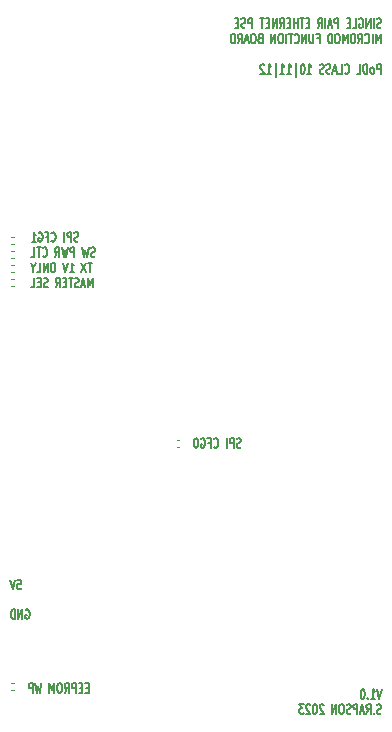
<source format=gbr>
%TF.GenerationSoftware,KiCad,Pcbnew,7.0.6*%
%TF.CreationDate,2023-08-17T07:33:21+09:30*%
%TF.ProjectId,spe-source,7370652d-736f-4757-9263-652e6b696361,V1.0*%
%TF.SameCoordinates,Original*%
%TF.FileFunction,Legend,Bot*%
%TF.FilePolarity,Positive*%
%FSLAX46Y46*%
G04 Gerber Fmt 4.6, Leading zero omitted, Abs format (unit mm)*
G04 Created by KiCad (PCBNEW 7.0.6) date 2023-08-17 07:33:21*
%MOMM*%
%LPD*%
G01*
G04 APERTURE LIST*
%ADD10C,0.140000*%
%ADD11C,0.100000*%
G04 APERTURE END LIST*
D10*
X106713533Y-90100910D02*
X106770676Y-90062815D01*
X106770676Y-90062815D02*
X106856390Y-90062815D01*
X106856390Y-90062815D02*
X106942104Y-90100910D01*
X106942104Y-90100910D02*
X106999247Y-90177100D01*
X106999247Y-90177100D02*
X107027818Y-90253291D01*
X107027818Y-90253291D02*
X107056390Y-90405672D01*
X107056390Y-90405672D02*
X107056390Y-90519958D01*
X107056390Y-90519958D02*
X107027818Y-90672339D01*
X107027818Y-90672339D02*
X106999247Y-90748529D01*
X106999247Y-90748529D02*
X106942104Y-90824720D01*
X106942104Y-90824720D02*
X106856390Y-90862815D01*
X106856390Y-90862815D02*
X106799247Y-90862815D01*
X106799247Y-90862815D02*
X106713533Y-90824720D01*
X106713533Y-90824720D02*
X106684961Y-90786624D01*
X106684961Y-90786624D02*
X106684961Y-90519958D01*
X106684961Y-90519958D02*
X106799247Y-90519958D01*
X106427818Y-90862815D02*
X106427818Y-90062815D01*
X106427818Y-90062815D02*
X106084961Y-90862815D01*
X106084961Y-90862815D02*
X106084961Y-90062815D01*
X105799247Y-90862815D02*
X105799247Y-90062815D01*
X105799247Y-90062815D02*
X105656390Y-90062815D01*
X105656390Y-90062815D02*
X105570676Y-90100910D01*
X105570676Y-90100910D02*
X105513533Y-90177100D01*
X105513533Y-90177100D02*
X105484962Y-90253291D01*
X105484962Y-90253291D02*
X105456390Y-90405672D01*
X105456390Y-90405672D02*
X105456390Y-90519958D01*
X105456390Y-90519958D02*
X105484962Y-90672339D01*
X105484962Y-90672339D02*
X105513533Y-90748529D01*
X105513533Y-90748529D02*
X105570676Y-90824720D01*
X105570676Y-90824720D02*
X105656390Y-90862815D01*
X105656390Y-90862815D02*
X105799247Y-90862815D01*
X136850752Y-96806815D02*
X136650752Y-97606815D01*
X136650752Y-97606815D02*
X136450752Y-96806815D01*
X135936466Y-97606815D02*
X136279323Y-97606815D01*
X136107894Y-97606815D02*
X136107894Y-96806815D01*
X136107894Y-96806815D02*
X136165037Y-96921100D01*
X136165037Y-96921100D02*
X136222180Y-96997291D01*
X136222180Y-96997291D02*
X136279323Y-97035386D01*
X135679322Y-97530624D02*
X135650751Y-97568720D01*
X135650751Y-97568720D02*
X135679322Y-97606815D01*
X135679322Y-97606815D02*
X135707894Y-97568720D01*
X135707894Y-97568720D02*
X135679322Y-97530624D01*
X135679322Y-97530624D02*
X135679322Y-97606815D01*
X135279323Y-96806815D02*
X135222180Y-96806815D01*
X135222180Y-96806815D02*
X135165037Y-96844910D01*
X135165037Y-96844910D02*
X135136466Y-96883005D01*
X135136466Y-96883005D02*
X135107894Y-96959196D01*
X135107894Y-96959196D02*
X135079323Y-97111577D01*
X135079323Y-97111577D02*
X135079323Y-97302053D01*
X135079323Y-97302053D02*
X135107894Y-97454434D01*
X135107894Y-97454434D02*
X135136466Y-97530624D01*
X135136466Y-97530624D02*
X135165037Y-97568720D01*
X135165037Y-97568720D02*
X135222180Y-97606815D01*
X135222180Y-97606815D02*
X135279323Y-97606815D01*
X135279323Y-97606815D02*
X135336466Y-97568720D01*
X135336466Y-97568720D02*
X135365037Y-97530624D01*
X135365037Y-97530624D02*
X135393608Y-97454434D01*
X135393608Y-97454434D02*
X135422180Y-97302053D01*
X135422180Y-97302053D02*
X135422180Y-97111577D01*
X135422180Y-97111577D02*
X135393608Y-96959196D01*
X135393608Y-96959196D02*
X135365037Y-96883005D01*
X135365037Y-96883005D02*
X135336466Y-96844910D01*
X135336466Y-96844910D02*
X135279323Y-96806815D01*
X136793609Y-98856720D02*
X136707895Y-98894815D01*
X136707895Y-98894815D02*
X136565037Y-98894815D01*
X136565037Y-98894815D02*
X136507895Y-98856720D01*
X136507895Y-98856720D02*
X136479323Y-98818624D01*
X136479323Y-98818624D02*
X136450752Y-98742434D01*
X136450752Y-98742434D02*
X136450752Y-98666243D01*
X136450752Y-98666243D02*
X136479323Y-98590053D01*
X136479323Y-98590053D02*
X136507895Y-98551958D01*
X136507895Y-98551958D02*
X136565037Y-98513862D01*
X136565037Y-98513862D02*
X136679323Y-98475767D01*
X136679323Y-98475767D02*
X136736466Y-98437672D01*
X136736466Y-98437672D02*
X136765037Y-98399577D01*
X136765037Y-98399577D02*
X136793609Y-98323386D01*
X136793609Y-98323386D02*
X136793609Y-98247196D01*
X136793609Y-98247196D02*
X136765037Y-98171005D01*
X136765037Y-98171005D02*
X136736466Y-98132910D01*
X136736466Y-98132910D02*
X136679323Y-98094815D01*
X136679323Y-98094815D02*
X136536466Y-98094815D01*
X136536466Y-98094815D02*
X136450752Y-98132910D01*
X136193608Y-98818624D02*
X136165037Y-98856720D01*
X136165037Y-98856720D02*
X136193608Y-98894815D01*
X136193608Y-98894815D02*
X136222180Y-98856720D01*
X136222180Y-98856720D02*
X136193608Y-98818624D01*
X136193608Y-98818624D02*
X136193608Y-98894815D01*
X135565037Y-98894815D02*
X135765037Y-98513862D01*
X135907894Y-98894815D02*
X135907894Y-98094815D01*
X135907894Y-98094815D02*
X135679323Y-98094815D01*
X135679323Y-98094815D02*
X135622180Y-98132910D01*
X135622180Y-98132910D02*
X135593609Y-98171005D01*
X135593609Y-98171005D02*
X135565037Y-98247196D01*
X135565037Y-98247196D02*
X135565037Y-98361481D01*
X135565037Y-98361481D02*
X135593609Y-98437672D01*
X135593609Y-98437672D02*
X135622180Y-98475767D01*
X135622180Y-98475767D02*
X135679323Y-98513862D01*
X135679323Y-98513862D02*
X135907894Y-98513862D01*
X135336466Y-98666243D02*
X135050752Y-98666243D01*
X135393609Y-98894815D02*
X135193609Y-98094815D01*
X135193609Y-98094815D02*
X134993609Y-98894815D01*
X134793608Y-98894815D02*
X134793608Y-98094815D01*
X134793608Y-98094815D02*
X134565037Y-98094815D01*
X134565037Y-98094815D02*
X134507894Y-98132910D01*
X134507894Y-98132910D02*
X134479323Y-98171005D01*
X134479323Y-98171005D02*
X134450751Y-98247196D01*
X134450751Y-98247196D02*
X134450751Y-98361481D01*
X134450751Y-98361481D02*
X134479323Y-98437672D01*
X134479323Y-98437672D02*
X134507894Y-98475767D01*
X134507894Y-98475767D02*
X134565037Y-98513862D01*
X134565037Y-98513862D02*
X134793608Y-98513862D01*
X134222180Y-98856720D02*
X134136466Y-98894815D01*
X134136466Y-98894815D02*
X133993608Y-98894815D01*
X133993608Y-98894815D02*
X133936466Y-98856720D01*
X133936466Y-98856720D02*
X133907894Y-98818624D01*
X133907894Y-98818624D02*
X133879323Y-98742434D01*
X133879323Y-98742434D02*
X133879323Y-98666243D01*
X133879323Y-98666243D02*
X133907894Y-98590053D01*
X133907894Y-98590053D02*
X133936466Y-98551958D01*
X133936466Y-98551958D02*
X133993608Y-98513862D01*
X133993608Y-98513862D02*
X134107894Y-98475767D01*
X134107894Y-98475767D02*
X134165037Y-98437672D01*
X134165037Y-98437672D02*
X134193608Y-98399577D01*
X134193608Y-98399577D02*
X134222180Y-98323386D01*
X134222180Y-98323386D02*
X134222180Y-98247196D01*
X134222180Y-98247196D02*
X134193608Y-98171005D01*
X134193608Y-98171005D02*
X134165037Y-98132910D01*
X134165037Y-98132910D02*
X134107894Y-98094815D01*
X134107894Y-98094815D02*
X133965037Y-98094815D01*
X133965037Y-98094815D02*
X133879323Y-98132910D01*
X133507894Y-98094815D02*
X133393608Y-98094815D01*
X133393608Y-98094815D02*
X133336465Y-98132910D01*
X133336465Y-98132910D02*
X133279322Y-98209100D01*
X133279322Y-98209100D02*
X133250751Y-98361481D01*
X133250751Y-98361481D02*
X133250751Y-98628148D01*
X133250751Y-98628148D02*
X133279322Y-98780529D01*
X133279322Y-98780529D02*
X133336465Y-98856720D01*
X133336465Y-98856720D02*
X133393608Y-98894815D01*
X133393608Y-98894815D02*
X133507894Y-98894815D01*
X133507894Y-98894815D02*
X133565037Y-98856720D01*
X133565037Y-98856720D02*
X133622179Y-98780529D01*
X133622179Y-98780529D02*
X133650751Y-98628148D01*
X133650751Y-98628148D02*
X133650751Y-98361481D01*
X133650751Y-98361481D02*
X133622179Y-98209100D01*
X133622179Y-98209100D02*
X133565037Y-98132910D01*
X133565037Y-98132910D02*
X133507894Y-98094815D01*
X132993608Y-98894815D02*
X132993608Y-98094815D01*
X132993608Y-98094815D02*
X132650751Y-98894815D01*
X132650751Y-98894815D02*
X132650751Y-98094815D01*
X131936466Y-98171005D02*
X131907894Y-98132910D01*
X131907894Y-98132910D02*
X131850752Y-98094815D01*
X131850752Y-98094815D02*
X131707894Y-98094815D01*
X131707894Y-98094815D02*
X131650752Y-98132910D01*
X131650752Y-98132910D02*
X131622180Y-98171005D01*
X131622180Y-98171005D02*
X131593609Y-98247196D01*
X131593609Y-98247196D02*
X131593609Y-98323386D01*
X131593609Y-98323386D02*
X131622180Y-98437672D01*
X131622180Y-98437672D02*
X131965037Y-98894815D01*
X131965037Y-98894815D02*
X131593609Y-98894815D01*
X131222180Y-98094815D02*
X131165037Y-98094815D01*
X131165037Y-98094815D02*
X131107894Y-98132910D01*
X131107894Y-98132910D02*
X131079323Y-98171005D01*
X131079323Y-98171005D02*
X131050751Y-98247196D01*
X131050751Y-98247196D02*
X131022180Y-98399577D01*
X131022180Y-98399577D02*
X131022180Y-98590053D01*
X131022180Y-98590053D02*
X131050751Y-98742434D01*
X131050751Y-98742434D02*
X131079323Y-98818624D01*
X131079323Y-98818624D02*
X131107894Y-98856720D01*
X131107894Y-98856720D02*
X131165037Y-98894815D01*
X131165037Y-98894815D02*
X131222180Y-98894815D01*
X131222180Y-98894815D02*
X131279323Y-98856720D01*
X131279323Y-98856720D02*
X131307894Y-98818624D01*
X131307894Y-98818624D02*
X131336465Y-98742434D01*
X131336465Y-98742434D02*
X131365037Y-98590053D01*
X131365037Y-98590053D02*
X131365037Y-98399577D01*
X131365037Y-98399577D02*
X131336465Y-98247196D01*
X131336465Y-98247196D02*
X131307894Y-98171005D01*
X131307894Y-98171005D02*
X131279323Y-98132910D01*
X131279323Y-98132910D02*
X131222180Y-98094815D01*
X130793608Y-98171005D02*
X130765036Y-98132910D01*
X130765036Y-98132910D02*
X130707894Y-98094815D01*
X130707894Y-98094815D02*
X130565036Y-98094815D01*
X130565036Y-98094815D02*
X130507894Y-98132910D01*
X130507894Y-98132910D02*
X130479322Y-98171005D01*
X130479322Y-98171005D02*
X130450751Y-98247196D01*
X130450751Y-98247196D02*
X130450751Y-98323386D01*
X130450751Y-98323386D02*
X130479322Y-98437672D01*
X130479322Y-98437672D02*
X130822179Y-98894815D01*
X130822179Y-98894815D02*
X130450751Y-98894815D01*
X130250750Y-98094815D02*
X129879322Y-98094815D01*
X129879322Y-98094815D02*
X130079322Y-98399577D01*
X130079322Y-98399577D02*
X129993607Y-98399577D01*
X129993607Y-98399577D02*
X129936465Y-98437672D01*
X129936465Y-98437672D02*
X129907893Y-98475767D01*
X129907893Y-98475767D02*
X129879322Y-98551958D01*
X129879322Y-98551958D02*
X129879322Y-98742434D01*
X129879322Y-98742434D02*
X129907893Y-98818624D01*
X129907893Y-98818624D02*
X129936465Y-98856720D01*
X129936465Y-98856720D02*
X129993607Y-98894815D01*
X129993607Y-98894815D02*
X130165036Y-98894815D01*
X130165036Y-98894815D02*
X130222179Y-98856720D01*
X130222179Y-98856720D02*
X130250750Y-98818624D01*
X111177820Y-58892720D02*
X111092106Y-58930815D01*
X111092106Y-58930815D02*
X110949248Y-58930815D01*
X110949248Y-58930815D02*
X110892106Y-58892720D01*
X110892106Y-58892720D02*
X110863534Y-58854624D01*
X110863534Y-58854624D02*
X110834963Y-58778434D01*
X110834963Y-58778434D02*
X110834963Y-58702243D01*
X110834963Y-58702243D02*
X110863534Y-58626053D01*
X110863534Y-58626053D02*
X110892106Y-58587958D01*
X110892106Y-58587958D02*
X110949248Y-58549862D01*
X110949248Y-58549862D02*
X111063534Y-58511767D01*
X111063534Y-58511767D02*
X111120677Y-58473672D01*
X111120677Y-58473672D02*
X111149248Y-58435577D01*
X111149248Y-58435577D02*
X111177820Y-58359386D01*
X111177820Y-58359386D02*
X111177820Y-58283196D01*
X111177820Y-58283196D02*
X111149248Y-58207005D01*
X111149248Y-58207005D02*
X111120677Y-58168910D01*
X111120677Y-58168910D02*
X111063534Y-58130815D01*
X111063534Y-58130815D02*
X110920677Y-58130815D01*
X110920677Y-58130815D02*
X110834963Y-58168910D01*
X110577819Y-58930815D02*
X110577819Y-58130815D01*
X110577819Y-58130815D02*
X110349248Y-58130815D01*
X110349248Y-58130815D02*
X110292105Y-58168910D01*
X110292105Y-58168910D02*
X110263534Y-58207005D01*
X110263534Y-58207005D02*
X110234962Y-58283196D01*
X110234962Y-58283196D02*
X110234962Y-58397481D01*
X110234962Y-58397481D02*
X110263534Y-58473672D01*
X110263534Y-58473672D02*
X110292105Y-58511767D01*
X110292105Y-58511767D02*
X110349248Y-58549862D01*
X110349248Y-58549862D02*
X110577819Y-58549862D01*
X109977819Y-58930815D02*
X109977819Y-58130815D01*
X108892105Y-58854624D02*
X108920677Y-58892720D01*
X108920677Y-58892720D02*
X109006391Y-58930815D01*
X109006391Y-58930815D02*
X109063534Y-58930815D01*
X109063534Y-58930815D02*
X109149248Y-58892720D01*
X109149248Y-58892720D02*
X109206391Y-58816529D01*
X109206391Y-58816529D02*
X109234962Y-58740339D01*
X109234962Y-58740339D02*
X109263534Y-58587958D01*
X109263534Y-58587958D02*
X109263534Y-58473672D01*
X109263534Y-58473672D02*
X109234962Y-58321291D01*
X109234962Y-58321291D02*
X109206391Y-58245100D01*
X109206391Y-58245100D02*
X109149248Y-58168910D01*
X109149248Y-58168910D02*
X109063534Y-58130815D01*
X109063534Y-58130815D02*
X109006391Y-58130815D01*
X109006391Y-58130815D02*
X108920677Y-58168910D01*
X108920677Y-58168910D02*
X108892105Y-58207005D01*
X108434962Y-58511767D02*
X108634962Y-58511767D01*
X108634962Y-58930815D02*
X108634962Y-58130815D01*
X108634962Y-58130815D02*
X108349248Y-58130815D01*
X107806391Y-58168910D02*
X107863534Y-58130815D01*
X107863534Y-58130815D02*
X107949248Y-58130815D01*
X107949248Y-58130815D02*
X108034962Y-58168910D01*
X108034962Y-58168910D02*
X108092105Y-58245100D01*
X108092105Y-58245100D02*
X108120676Y-58321291D01*
X108120676Y-58321291D02*
X108149248Y-58473672D01*
X108149248Y-58473672D02*
X108149248Y-58587958D01*
X108149248Y-58587958D02*
X108120676Y-58740339D01*
X108120676Y-58740339D02*
X108092105Y-58816529D01*
X108092105Y-58816529D02*
X108034962Y-58892720D01*
X108034962Y-58892720D02*
X107949248Y-58930815D01*
X107949248Y-58930815D02*
X107892105Y-58930815D01*
X107892105Y-58930815D02*
X107806391Y-58892720D01*
X107806391Y-58892720D02*
X107777819Y-58854624D01*
X107777819Y-58854624D02*
X107777819Y-58587958D01*
X107777819Y-58587958D02*
X107892105Y-58587958D01*
X107206391Y-58930815D02*
X107549248Y-58930815D01*
X107377819Y-58930815D02*
X107377819Y-58130815D01*
X107377819Y-58130815D02*
X107434962Y-58245100D01*
X107434962Y-58245100D02*
X107492105Y-58321291D01*
X107492105Y-58321291D02*
X107549248Y-58359386D01*
X112577819Y-60180720D02*
X112492105Y-60218815D01*
X112492105Y-60218815D02*
X112349247Y-60218815D01*
X112349247Y-60218815D02*
X112292105Y-60180720D01*
X112292105Y-60180720D02*
X112263533Y-60142624D01*
X112263533Y-60142624D02*
X112234962Y-60066434D01*
X112234962Y-60066434D02*
X112234962Y-59990243D01*
X112234962Y-59990243D02*
X112263533Y-59914053D01*
X112263533Y-59914053D02*
X112292105Y-59875958D01*
X112292105Y-59875958D02*
X112349247Y-59837862D01*
X112349247Y-59837862D02*
X112463533Y-59799767D01*
X112463533Y-59799767D02*
X112520676Y-59761672D01*
X112520676Y-59761672D02*
X112549247Y-59723577D01*
X112549247Y-59723577D02*
X112577819Y-59647386D01*
X112577819Y-59647386D02*
X112577819Y-59571196D01*
X112577819Y-59571196D02*
X112549247Y-59495005D01*
X112549247Y-59495005D02*
X112520676Y-59456910D01*
X112520676Y-59456910D02*
X112463533Y-59418815D01*
X112463533Y-59418815D02*
X112320676Y-59418815D01*
X112320676Y-59418815D02*
X112234962Y-59456910D01*
X112034961Y-59418815D02*
X111892104Y-60218815D01*
X111892104Y-60218815D02*
X111777818Y-59647386D01*
X111777818Y-59647386D02*
X111663533Y-60218815D01*
X111663533Y-60218815D02*
X111520676Y-59418815D01*
X110834961Y-60218815D02*
X110834961Y-59418815D01*
X110834961Y-59418815D02*
X110606390Y-59418815D01*
X110606390Y-59418815D02*
X110549247Y-59456910D01*
X110549247Y-59456910D02*
X110520676Y-59495005D01*
X110520676Y-59495005D02*
X110492104Y-59571196D01*
X110492104Y-59571196D02*
X110492104Y-59685481D01*
X110492104Y-59685481D02*
X110520676Y-59761672D01*
X110520676Y-59761672D02*
X110549247Y-59799767D01*
X110549247Y-59799767D02*
X110606390Y-59837862D01*
X110606390Y-59837862D02*
X110834961Y-59837862D01*
X110292104Y-59418815D02*
X110149247Y-60218815D01*
X110149247Y-60218815D02*
X110034961Y-59647386D01*
X110034961Y-59647386D02*
X109920676Y-60218815D01*
X109920676Y-60218815D02*
X109777819Y-59418815D01*
X109206390Y-60218815D02*
X109406390Y-59837862D01*
X109549247Y-60218815D02*
X109549247Y-59418815D01*
X109549247Y-59418815D02*
X109320676Y-59418815D01*
X109320676Y-59418815D02*
X109263533Y-59456910D01*
X109263533Y-59456910D02*
X109234962Y-59495005D01*
X109234962Y-59495005D02*
X109206390Y-59571196D01*
X109206390Y-59571196D02*
X109206390Y-59685481D01*
X109206390Y-59685481D02*
X109234962Y-59761672D01*
X109234962Y-59761672D02*
X109263533Y-59799767D01*
X109263533Y-59799767D02*
X109320676Y-59837862D01*
X109320676Y-59837862D02*
X109549247Y-59837862D01*
X108149247Y-60142624D02*
X108177819Y-60180720D01*
X108177819Y-60180720D02*
X108263533Y-60218815D01*
X108263533Y-60218815D02*
X108320676Y-60218815D01*
X108320676Y-60218815D02*
X108406390Y-60180720D01*
X108406390Y-60180720D02*
X108463533Y-60104529D01*
X108463533Y-60104529D02*
X108492104Y-60028339D01*
X108492104Y-60028339D02*
X108520676Y-59875958D01*
X108520676Y-59875958D02*
X108520676Y-59761672D01*
X108520676Y-59761672D02*
X108492104Y-59609291D01*
X108492104Y-59609291D02*
X108463533Y-59533100D01*
X108463533Y-59533100D02*
X108406390Y-59456910D01*
X108406390Y-59456910D02*
X108320676Y-59418815D01*
X108320676Y-59418815D02*
X108263533Y-59418815D01*
X108263533Y-59418815D02*
X108177819Y-59456910D01*
X108177819Y-59456910D02*
X108149247Y-59495005D01*
X107977819Y-59418815D02*
X107634962Y-59418815D01*
X107806390Y-60218815D02*
X107806390Y-59418815D01*
X107149247Y-60218815D02*
X107434961Y-60218815D01*
X107434961Y-60218815D02*
X107434961Y-59418815D01*
X112320677Y-60706815D02*
X111977820Y-60706815D01*
X112149248Y-61506815D02*
X112149248Y-60706815D01*
X111834962Y-60706815D02*
X111434962Y-61506815D01*
X111434962Y-60706815D02*
X111834962Y-61506815D01*
X110434962Y-61506815D02*
X110777819Y-61506815D01*
X110606390Y-61506815D02*
X110606390Y-60706815D01*
X110606390Y-60706815D02*
X110663533Y-60821100D01*
X110663533Y-60821100D02*
X110720676Y-60897291D01*
X110720676Y-60897291D02*
X110777819Y-60935386D01*
X110263533Y-60706815D02*
X110063533Y-61506815D01*
X110063533Y-61506815D02*
X109863533Y-60706815D01*
X109092104Y-60706815D02*
X108977818Y-60706815D01*
X108977818Y-60706815D02*
X108920675Y-60744910D01*
X108920675Y-60744910D02*
X108863532Y-60821100D01*
X108863532Y-60821100D02*
X108834961Y-60973481D01*
X108834961Y-60973481D02*
X108834961Y-61240148D01*
X108834961Y-61240148D02*
X108863532Y-61392529D01*
X108863532Y-61392529D02*
X108920675Y-61468720D01*
X108920675Y-61468720D02*
X108977818Y-61506815D01*
X108977818Y-61506815D02*
X109092104Y-61506815D01*
X109092104Y-61506815D02*
X109149247Y-61468720D01*
X109149247Y-61468720D02*
X109206389Y-61392529D01*
X109206389Y-61392529D02*
X109234961Y-61240148D01*
X109234961Y-61240148D02*
X109234961Y-60973481D01*
X109234961Y-60973481D02*
X109206389Y-60821100D01*
X109206389Y-60821100D02*
X109149247Y-60744910D01*
X109149247Y-60744910D02*
X109092104Y-60706815D01*
X108577818Y-61506815D02*
X108577818Y-60706815D01*
X108577818Y-60706815D02*
X108234961Y-61506815D01*
X108234961Y-61506815D02*
X108234961Y-60706815D01*
X107663533Y-61506815D02*
X107949247Y-61506815D01*
X107949247Y-61506815D02*
X107949247Y-60706815D01*
X107349248Y-61125862D02*
X107349248Y-61506815D01*
X107549248Y-60706815D02*
X107349248Y-61125862D01*
X107349248Y-61125862D02*
X107149248Y-60706815D01*
X112377819Y-62794815D02*
X112377819Y-61994815D01*
X112377819Y-61994815D02*
X112177819Y-62566243D01*
X112177819Y-62566243D02*
X111977819Y-61994815D01*
X111977819Y-61994815D02*
X111977819Y-62794815D01*
X111720677Y-62566243D02*
X111434963Y-62566243D01*
X111777820Y-62794815D02*
X111577820Y-61994815D01*
X111577820Y-61994815D02*
X111377820Y-62794815D01*
X111206391Y-62756720D02*
X111120677Y-62794815D01*
X111120677Y-62794815D02*
X110977819Y-62794815D01*
X110977819Y-62794815D02*
X110920677Y-62756720D01*
X110920677Y-62756720D02*
X110892105Y-62718624D01*
X110892105Y-62718624D02*
X110863534Y-62642434D01*
X110863534Y-62642434D02*
X110863534Y-62566243D01*
X110863534Y-62566243D02*
X110892105Y-62490053D01*
X110892105Y-62490053D02*
X110920677Y-62451958D01*
X110920677Y-62451958D02*
X110977819Y-62413862D01*
X110977819Y-62413862D02*
X111092105Y-62375767D01*
X111092105Y-62375767D02*
X111149248Y-62337672D01*
X111149248Y-62337672D02*
X111177819Y-62299577D01*
X111177819Y-62299577D02*
X111206391Y-62223386D01*
X111206391Y-62223386D02*
X111206391Y-62147196D01*
X111206391Y-62147196D02*
X111177819Y-62071005D01*
X111177819Y-62071005D02*
X111149248Y-62032910D01*
X111149248Y-62032910D02*
X111092105Y-61994815D01*
X111092105Y-61994815D02*
X110949248Y-61994815D01*
X110949248Y-61994815D02*
X110863534Y-62032910D01*
X110692105Y-61994815D02*
X110349248Y-61994815D01*
X110520676Y-62794815D02*
X110520676Y-61994815D01*
X110149247Y-62375767D02*
X109949247Y-62375767D01*
X109863533Y-62794815D02*
X110149247Y-62794815D01*
X110149247Y-62794815D02*
X110149247Y-61994815D01*
X110149247Y-61994815D02*
X109863533Y-61994815D01*
X109263533Y-62794815D02*
X109463533Y-62413862D01*
X109606390Y-62794815D02*
X109606390Y-61994815D01*
X109606390Y-61994815D02*
X109377819Y-61994815D01*
X109377819Y-61994815D02*
X109320676Y-62032910D01*
X109320676Y-62032910D02*
X109292105Y-62071005D01*
X109292105Y-62071005D02*
X109263533Y-62147196D01*
X109263533Y-62147196D02*
X109263533Y-62261481D01*
X109263533Y-62261481D02*
X109292105Y-62337672D01*
X109292105Y-62337672D02*
X109320676Y-62375767D01*
X109320676Y-62375767D02*
X109377819Y-62413862D01*
X109377819Y-62413862D02*
X109606390Y-62413862D01*
X108577819Y-62756720D02*
X108492105Y-62794815D01*
X108492105Y-62794815D02*
X108349247Y-62794815D01*
X108349247Y-62794815D02*
X108292105Y-62756720D01*
X108292105Y-62756720D02*
X108263533Y-62718624D01*
X108263533Y-62718624D02*
X108234962Y-62642434D01*
X108234962Y-62642434D02*
X108234962Y-62566243D01*
X108234962Y-62566243D02*
X108263533Y-62490053D01*
X108263533Y-62490053D02*
X108292105Y-62451958D01*
X108292105Y-62451958D02*
X108349247Y-62413862D01*
X108349247Y-62413862D02*
X108463533Y-62375767D01*
X108463533Y-62375767D02*
X108520676Y-62337672D01*
X108520676Y-62337672D02*
X108549247Y-62299577D01*
X108549247Y-62299577D02*
X108577819Y-62223386D01*
X108577819Y-62223386D02*
X108577819Y-62147196D01*
X108577819Y-62147196D02*
X108549247Y-62071005D01*
X108549247Y-62071005D02*
X108520676Y-62032910D01*
X108520676Y-62032910D02*
X108463533Y-61994815D01*
X108463533Y-61994815D02*
X108320676Y-61994815D01*
X108320676Y-61994815D02*
X108234962Y-62032910D01*
X107977818Y-62375767D02*
X107777818Y-62375767D01*
X107692104Y-62794815D02*
X107977818Y-62794815D01*
X107977818Y-62794815D02*
X107977818Y-61994815D01*
X107977818Y-61994815D02*
X107692104Y-61994815D01*
X107149247Y-62794815D02*
X107434961Y-62794815D01*
X107434961Y-62794815D02*
X107434961Y-61994815D01*
X112042103Y-96693767D02*
X111842103Y-96693767D01*
X111756389Y-97112815D02*
X112042103Y-97112815D01*
X112042103Y-97112815D02*
X112042103Y-96312815D01*
X112042103Y-96312815D02*
X111756389Y-96312815D01*
X111499246Y-96693767D02*
X111299246Y-96693767D01*
X111213532Y-97112815D02*
X111499246Y-97112815D01*
X111499246Y-97112815D02*
X111499246Y-96312815D01*
X111499246Y-96312815D02*
X111213532Y-96312815D01*
X110956389Y-97112815D02*
X110956389Y-96312815D01*
X110956389Y-96312815D02*
X110727818Y-96312815D01*
X110727818Y-96312815D02*
X110670675Y-96350910D01*
X110670675Y-96350910D02*
X110642104Y-96389005D01*
X110642104Y-96389005D02*
X110613532Y-96465196D01*
X110613532Y-96465196D02*
X110613532Y-96579481D01*
X110613532Y-96579481D02*
X110642104Y-96655672D01*
X110642104Y-96655672D02*
X110670675Y-96693767D01*
X110670675Y-96693767D02*
X110727818Y-96731862D01*
X110727818Y-96731862D02*
X110956389Y-96731862D01*
X110013532Y-97112815D02*
X110213532Y-96731862D01*
X110356389Y-97112815D02*
X110356389Y-96312815D01*
X110356389Y-96312815D02*
X110127818Y-96312815D01*
X110127818Y-96312815D02*
X110070675Y-96350910D01*
X110070675Y-96350910D02*
X110042104Y-96389005D01*
X110042104Y-96389005D02*
X110013532Y-96465196D01*
X110013532Y-96465196D02*
X110013532Y-96579481D01*
X110013532Y-96579481D02*
X110042104Y-96655672D01*
X110042104Y-96655672D02*
X110070675Y-96693767D01*
X110070675Y-96693767D02*
X110127818Y-96731862D01*
X110127818Y-96731862D02*
X110356389Y-96731862D01*
X109642104Y-96312815D02*
X109527818Y-96312815D01*
X109527818Y-96312815D02*
X109470675Y-96350910D01*
X109470675Y-96350910D02*
X109413532Y-96427100D01*
X109413532Y-96427100D02*
X109384961Y-96579481D01*
X109384961Y-96579481D02*
X109384961Y-96846148D01*
X109384961Y-96846148D02*
X109413532Y-96998529D01*
X109413532Y-96998529D02*
X109470675Y-97074720D01*
X109470675Y-97074720D02*
X109527818Y-97112815D01*
X109527818Y-97112815D02*
X109642104Y-97112815D01*
X109642104Y-97112815D02*
X109699247Y-97074720D01*
X109699247Y-97074720D02*
X109756389Y-96998529D01*
X109756389Y-96998529D02*
X109784961Y-96846148D01*
X109784961Y-96846148D02*
X109784961Y-96579481D01*
X109784961Y-96579481D02*
X109756389Y-96427100D01*
X109756389Y-96427100D02*
X109699247Y-96350910D01*
X109699247Y-96350910D02*
X109642104Y-96312815D01*
X109127818Y-97112815D02*
X109127818Y-96312815D01*
X109127818Y-96312815D02*
X108927818Y-96884243D01*
X108927818Y-96884243D02*
X108727818Y-96312815D01*
X108727818Y-96312815D02*
X108727818Y-97112815D01*
X108042104Y-96312815D02*
X107899247Y-97112815D01*
X107899247Y-97112815D02*
X107784961Y-96541386D01*
X107784961Y-96541386D02*
X107670676Y-97112815D01*
X107670676Y-97112815D02*
X107527819Y-96312815D01*
X107299247Y-97112815D02*
X107299247Y-96312815D01*
X107299247Y-96312815D02*
X107070676Y-96312815D01*
X107070676Y-96312815D02*
X107013533Y-96350910D01*
X107013533Y-96350910D02*
X106984962Y-96389005D01*
X106984962Y-96389005D02*
X106956390Y-96465196D01*
X106956390Y-96465196D02*
X106956390Y-96579481D01*
X106956390Y-96579481D02*
X106984962Y-96655672D01*
X106984962Y-96655672D02*
X107013533Y-96693767D01*
X107013533Y-96693767D02*
X107070676Y-96731862D01*
X107070676Y-96731862D02*
X107299247Y-96731862D01*
X136793609Y-40792720D02*
X136707895Y-40830815D01*
X136707895Y-40830815D02*
X136565037Y-40830815D01*
X136565037Y-40830815D02*
X136507895Y-40792720D01*
X136507895Y-40792720D02*
X136479323Y-40754624D01*
X136479323Y-40754624D02*
X136450752Y-40678434D01*
X136450752Y-40678434D02*
X136450752Y-40602243D01*
X136450752Y-40602243D02*
X136479323Y-40526053D01*
X136479323Y-40526053D02*
X136507895Y-40487958D01*
X136507895Y-40487958D02*
X136565037Y-40449862D01*
X136565037Y-40449862D02*
X136679323Y-40411767D01*
X136679323Y-40411767D02*
X136736466Y-40373672D01*
X136736466Y-40373672D02*
X136765037Y-40335577D01*
X136765037Y-40335577D02*
X136793609Y-40259386D01*
X136793609Y-40259386D02*
X136793609Y-40183196D01*
X136793609Y-40183196D02*
X136765037Y-40107005D01*
X136765037Y-40107005D02*
X136736466Y-40068910D01*
X136736466Y-40068910D02*
X136679323Y-40030815D01*
X136679323Y-40030815D02*
X136536466Y-40030815D01*
X136536466Y-40030815D02*
X136450752Y-40068910D01*
X136193608Y-40830815D02*
X136193608Y-40030815D01*
X135907894Y-40830815D02*
X135907894Y-40030815D01*
X135907894Y-40030815D02*
X135565037Y-40830815D01*
X135565037Y-40830815D02*
X135565037Y-40030815D01*
X134965038Y-40068910D02*
X135022181Y-40030815D01*
X135022181Y-40030815D02*
X135107895Y-40030815D01*
X135107895Y-40030815D02*
X135193609Y-40068910D01*
X135193609Y-40068910D02*
X135250752Y-40145100D01*
X135250752Y-40145100D02*
X135279323Y-40221291D01*
X135279323Y-40221291D02*
X135307895Y-40373672D01*
X135307895Y-40373672D02*
X135307895Y-40487958D01*
X135307895Y-40487958D02*
X135279323Y-40640339D01*
X135279323Y-40640339D02*
X135250752Y-40716529D01*
X135250752Y-40716529D02*
X135193609Y-40792720D01*
X135193609Y-40792720D02*
X135107895Y-40830815D01*
X135107895Y-40830815D02*
X135050752Y-40830815D01*
X135050752Y-40830815D02*
X134965038Y-40792720D01*
X134965038Y-40792720D02*
X134936466Y-40754624D01*
X134936466Y-40754624D02*
X134936466Y-40487958D01*
X134936466Y-40487958D02*
X135050752Y-40487958D01*
X134393609Y-40830815D02*
X134679323Y-40830815D01*
X134679323Y-40830815D02*
X134679323Y-40030815D01*
X134193609Y-40411767D02*
X133993609Y-40411767D01*
X133907895Y-40830815D02*
X134193609Y-40830815D01*
X134193609Y-40830815D02*
X134193609Y-40030815D01*
X134193609Y-40030815D02*
X133907895Y-40030815D01*
X133193609Y-40830815D02*
X133193609Y-40030815D01*
X133193609Y-40030815D02*
X132965038Y-40030815D01*
X132965038Y-40030815D02*
X132907895Y-40068910D01*
X132907895Y-40068910D02*
X132879324Y-40107005D01*
X132879324Y-40107005D02*
X132850752Y-40183196D01*
X132850752Y-40183196D02*
X132850752Y-40297481D01*
X132850752Y-40297481D02*
X132879324Y-40373672D01*
X132879324Y-40373672D02*
X132907895Y-40411767D01*
X132907895Y-40411767D02*
X132965038Y-40449862D01*
X132965038Y-40449862D02*
X133193609Y-40449862D01*
X132622181Y-40602243D02*
X132336467Y-40602243D01*
X132679324Y-40830815D02*
X132479324Y-40030815D01*
X132479324Y-40030815D02*
X132279324Y-40830815D01*
X132079323Y-40830815D02*
X132079323Y-40030815D01*
X131450752Y-40830815D02*
X131650752Y-40449862D01*
X131793609Y-40830815D02*
X131793609Y-40030815D01*
X131793609Y-40030815D02*
X131565038Y-40030815D01*
X131565038Y-40030815D02*
X131507895Y-40068910D01*
X131507895Y-40068910D02*
X131479324Y-40107005D01*
X131479324Y-40107005D02*
X131450752Y-40183196D01*
X131450752Y-40183196D02*
X131450752Y-40297481D01*
X131450752Y-40297481D02*
X131479324Y-40373672D01*
X131479324Y-40373672D02*
X131507895Y-40411767D01*
X131507895Y-40411767D02*
X131565038Y-40449862D01*
X131565038Y-40449862D02*
X131793609Y-40449862D01*
X130736466Y-40411767D02*
X130536466Y-40411767D01*
X130450752Y-40830815D02*
X130736466Y-40830815D01*
X130736466Y-40830815D02*
X130736466Y-40030815D01*
X130736466Y-40030815D02*
X130450752Y-40030815D01*
X130279324Y-40030815D02*
X129936467Y-40030815D01*
X130107895Y-40830815D02*
X130107895Y-40030815D01*
X129736466Y-40830815D02*
X129736466Y-40030815D01*
X129736466Y-40411767D02*
X129393609Y-40411767D01*
X129393609Y-40830815D02*
X129393609Y-40030815D01*
X129107895Y-40411767D02*
X128907895Y-40411767D01*
X128822181Y-40830815D02*
X129107895Y-40830815D01*
X129107895Y-40830815D02*
X129107895Y-40030815D01*
X129107895Y-40030815D02*
X128822181Y-40030815D01*
X128222181Y-40830815D02*
X128422181Y-40449862D01*
X128565038Y-40830815D02*
X128565038Y-40030815D01*
X128565038Y-40030815D02*
X128336467Y-40030815D01*
X128336467Y-40030815D02*
X128279324Y-40068910D01*
X128279324Y-40068910D02*
X128250753Y-40107005D01*
X128250753Y-40107005D02*
X128222181Y-40183196D01*
X128222181Y-40183196D02*
X128222181Y-40297481D01*
X128222181Y-40297481D02*
X128250753Y-40373672D01*
X128250753Y-40373672D02*
X128279324Y-40411767D01*
X128279324Y-40411767D02*
X128336467Y-40449862D01*
X128336467Y-40449862D02*
X128565038Y-40449862D01*
X127965038Y-40830815D02*
X127965038Y-40030815D01*
X127965038Y-40030815D02*
X127622181Y-40830815D01*
X127622181Y-40830815D02*
X127622181Y-40030815D01*
X127336467Y-40411767D02*
X127136467Y-40411767D01*
X127050753Y-40830815D02*
X127336467Y-40830815D01*
X127336467Y-40830815D02*
X127336467Y-40030815D01*
X127336467Y-40030815D02*
X127050753Y-40030815D01*
X126879325Y-40030815D02*
X126536468Y-40030815D01*
X126707896Y-40830815D02*
X126707896Y-40030815D01*
X125879324Y-40830815D02*
X125879324Y-40030815D01*
X125879324Y-40030815D02*
X125650753Y-40030815D01*
X125650753Y-40030815D02*
X125593610Y-40068910D01*
X125593610Y-40068910D02*
X125565039Y-40107005D01*
X125565039Y-40107005D02*
X125536467Y-40183196D01*
X125536467Y-40183196D02*
X125536467Y-40297481D01*
X125536467Y-40297481D02*
X125565039Y-40373672D01*
X125565039Y-40373672D02*
X125593610Y-40411767D01*
X125593610Y-40411767D02*
X125650753Y-40449862D01*
X125650753Y-40449862D02*
X125879324Y-40449862D01*
X125307896Y-40792720D02*
X125222182Y-40830815D01*
X125222182Y-40830815D02*
X125079324Y-40830815D01*
X125079324Y-40830815D02*
X125022182Y-40792720D01*
X125022182Y-40792720D02*
X124993610Y-40754624D01*
X124993610Y-40754624D02*
X124965039Y-40678434D01*
X124965039Y-40678434D02*
X124965039Y-40602243D01*
X124965039Y-40602243D02*
X124993610Y-40526053D01*
X124993610Y-40526053D02*
X125022182Y-40487958D01*
X125022182Y-40487958D02*
X125079324Y-40449862D01*
X125079324Y-40449862D02*
X125193610Y-40411767D01*
X125193610Y-40411767D02*
X125250753Y-40373672D01*
X125250753Y-40373672D02*
X125279324Y-40335577D01*
X125279324Y-40335577D02*
X125307896Y-40259386D01*
X125307896Y-40259386D02*
X125307896Y-40183196D01*
X125307896Y-40183196D02*
X125279324Y-40107005D01*
X125279324Y-40107005D02*
X125250753Y-40068910D01*
X125250753Y-40068910D02*
X125193610Y-40030815D01*
X125193610Y-40030815D02*
X125050753Y-40030815D01*
X125050753Y-40030815D02*
X124965039Y-40068910D01*
X124707895Y-40411767D02*
X124507895Y-40411767D01*
X124422181Y-40830815D02*
X124707895Y-40830815D01*
X124707895Y-40830815D02*
X124707895Y-40030815D01*
X124707895Y-40030815D02*
X124422181Y-40030815D01*
X136765037Y-42118815D02*
X136765037Y-41318815D01*
X136765037Y-41318815D02*
X136565037Y-41890243D01*
X136565037Y-41890243D02*
X136365037Y-41318815D01*
X136365037Y-41318815D02*
X136365037Y-42118815D01*
X136079323Y-42118815D02*
X136079323Y-41318815D01*
X135450752Y-42042624D02*
X135479324Y-42080720D01*
X135479324Y-42080720D02*
X135565038Y-42118815D01*
X135565038Y-42118815D02*
X135622181Y-42118815D01*
X135622181Y-42118815D02*
X135707895Y-42080720D01*
X135707895Y-42080720D02*
X135765038Y-42004529D01*
X135765038Y-42004529D02*
X135793609Y-41928339D01*
X135793609Y-41928339D02*
X135822181Y-41775958D01*
X135822181Y-41775958D02*
X135822181Y-41661672D01*
X135822181Y-41661672D02*
X135793609Y-41509291D01*
X135793609Y-41509291D02*
X135765038Y-41433100D01*
X135765038Y-41433100D02*
X135707895Y-41356910D01*
X135707895Y-41356910D02*
X135622181Y-41318815D01*
X135622181Y-41318815D02*
X135565038Y-41318815D01*
X135565038Y-41318815D02*
X135479324Y-41356910D01*
X135479324Y-41356910D02*
X135450752Y-41395005D01*
X134850752Y-42118815D02*
X135050752Y-41737862D01*
X135193609Y-42118815D02*
X135193609Y-41318815D01*
X135193609Y-41318815D02*
X134965038Y-41318815D01*
X134965038Y-41318815D02*
X134907895Y-41356910D01*
X134907895Y-41356910D02*
X134879324Y-41395005D01*
X134879324Y-41395005D02*
X134850752Y-41471196D01*
X134850752Y-41471196D02*
X134850752Y-41585481D01*
X134850752Y-41585481D02*
X134879324Y-41661672D01*
X134879324Y-41661672D02*
X134907895Y-41699767D01*
X134907895Y-41699767D02*
X134965038Y-41737862D01*
X134965038Y-41737862D02*
X135193609Y-41737862D01*
X134479324Y-41318815D02*
X134365038Y-41318815D01*
X134365038Y-41318815D02*
X134307895Y-41356910D01*
X134307895Y-41356910D02*
X134250752Y-41433100D01*
X134250752Y-41433100D02*
X134222181Y-41585481D01*
X134222181Y-41585481D02*
X134222181Y-41852148D01*
X134222181Y-41852148D02*
X134250752Y-42004529D01*
X134250752Y-42004529D02*
X134307895Y-42080720D01*
X134307895Y-42080720D02*
X134365038Y-42118815D01*
X134365038Y-42118815D02*
X134479324Y-42118815D01*
X134479324Y-42118815D02*
X134536467Y-42080720D01*
X134536467Y-42080720D02*
X134593609Y-42004529D01*
X134593609Y-42004529D02*
X134622181Y-41852148D01*
X134622181Y-41852148D02*
X134622181Y-41585481D01*
X134622181Y-41585481D02*
X134593609Y-41433100D01*
X134593609Y-41433100D02*
X134536467Y-41356910D01*
X134536467Y-41356910D02*
X134479324Y-41318815D01*
X133965038Y-42118815D02*
X133965038Y-41318815D01*
X133965038Y-41318815D02*
X133765038Y-41890243D01*
X133765038Y-41890243D02*
X133565038Y-41318815D01*
X133565038Y-41318815D02*
X133565038Y-42118815D01*
X133165039Y-41318815D02*
X133050753Y-41318815D01*
X133050753Y-41318815D02*
X132993610Y-41356910D01*
X132993610Y-41356910D02*
X132936467Y-41433100D01*
X132936467Y-41433100D02*
X132907896Y-41585481D01*
X132907896Y-41585481D02*
X132907896Y-41852148D01*
X132907896Y-41852148D02*
X132936467Y-42004529D01*
X132936467Y-42004529D02*
X132993610Y-42080720D01*
X132993610Y-42080720D02*
X133050753Y-42118815D01*
X133050753Y-42118815D02*
X133165039Y-42118815D01*
X133165039Y-42118815D02*
X133222182Y-42080720D01*
X133222182Y-42080720D02*
X133279324Y-42004529D01*
X133279324Y-42004529D02*
X133307896Y-41852148D01*
X133307896Y-41852148D02*
X133307896Y-41585481D01*
X133307896Y-41585481D02*
X133279324Y-41433100D01*
X133279324Y-41433100D02*
X133222182Y-41356910D01*
X133222182Y-41356910D02*
X133165039Y-41318815D01*
X132650753Y-42118815D02*
X132650753Y-41318815D01*
X132650753Y-41318815D02*
X132507896Y-41318815D01*
X132507896Y-41318815D02*
X132422182Y-41356910D01*
X132422182Y-41356910D02*
X132365039Y-41433100D01*
X132365039Y-41433100D02*
X132336468Y-41509291D01*
X132336468Y-41509291D02*
X132307896Y-41661672D01*
X132307896Y-41661672D02*
X132307896Y-41775958D01*
X132307896Y-41775958D02*
X132336468Y-41928339D01*
X132336468Y-41928339D02*
X132365039Y-42004529D01*
X132365039Y-42004529D02*
X132422182Y-42080720D01*
X132422182Y-42080720D02*
X132507896Y-42118815D01*
X132507896Y-42118815D02*
X132650753Y-42118815D01*
X131393610Y-41699767D02*
X131593610Y-41699767D01*
X131593610Y-42118815D02*
X131593610Y-41318815D01*
X131593610Y-41318815D02*
X131307896Y-41318815D01*
X131079324Y-41318815D02*
X131079324Y-41966434D01*
X131079324Y-41966434D02*
X131050753Y-42042624D01*
X131050753Y-42042624D02*
X131022182Y-42080720D01*
X131022182Y-42080720D02*
X130965039Y-42118815D01*
X130965039Y-42118815D02*
X130850753Y-42118815D01*
X130850753Y-42118815D02*
X130793610Y-42080720D01*
X130793610Y-42080720D02*
X130765039Y-42042624D01*
X130765039Y-42042624D02*
X130736467Y-41966434D01*
X130736467Y-41966434D02*
X130736467Y-41318815D01*
X130450753Y-42118815D02*
X130450753Y-41318815D01*
X130450753Y-41318815D02*
X130107896Y-42118815D01*
X130107896Y-42118815D02*
X130107896Y-41318815D01*
X129479325Y-42042624D02*
X129507897Y-42080720D01*
X129507897Y-42080720D02*
X129593611Y-42118815D01*
X129593611Y-42118815D02*
X129650754Y-42118815D01*
X129650754Y-42118815D02*
X129736468Y-42080720D01*
X129736468Y-42080720D02*
X129793611Y-42004529D01*
X129793611Y-42004529D02*
X129822182Y-41928339D01*
X129822182Y-41928339D02*
X129850754Y-41775958D01*
X129850754Y-41775958D02*
X129850754Y-41661672D01*
X129850754Y-41661672D02*
X129822182Y-41509291D01*
X129822182Y-41509291D02*
X129793611Y-41433100D01*
X129793611Y-41433100D02*
X129736468Y-41356910D01*
X129736468Y-41356910D02*
X129650754Y-41318815D01*
X129650754Y-41318815D02*
X129593611Y-41318815D01*
X129593611Y-41318815D02*
X129507897Y-41356910D01*
X129507897Y-41356910D02*
X129479325Y-41395005D01*
X129307897Y-41318815D02*
X128965040Y-41318815D01*
X129136468Y-42118815D02*
X129136468Y-41318815D01*
X128765039Y-42118815D02*
X128765039Y-41318815D01*
X128365040Y-41318815D02*
X128250754Y-41318815D01*
X128250754Y-41318815D02*
X128193611Y-41356910D01*
X128193611Y-41356910D02*
X128136468Y-41433100D01*
X128136468Y-41433100D02*
X128107897Y-41585481D01*
X128107897Y-41585481D02*
X128107897Y-41852148D01*
X128107897Y-41852148D02*
X128136468Y-42004529D01*
X128136468Y-42004529D02*
X128193611Y-42080720D01*
X128193611Y-42080720D02*
X128250754Y-42118815D01*
X128250754Y-42118815D02*
X128365040Y-42118815D01*
X128365040Y-42118815D02*
X128422183Y-42080720D01*
X128422183Y-42080720D02*
X128479325Y-42004529D01*
X128479325Y-42004529D02*
X128507897Y-41852148D01*
X128507897Y-41852148D02*
X128507897Y-41585481D01*
X128507897Y-41585481D02*
X128479325Y-41433100D01*
X128479325Y-41433100D02*
X128422183Y-41356910D01*
X128422183Y-41356910D02*
X128365040Y-41318815D01*
X127850754Y-42118815D02*
X127850754Y-41318815D01*
X127850754Y-41318815D02*
X127507897Y-42118815D01*
X127507897Y-42118815D02*
X127507897Y-41318815D01*
X126565040Y-41699767D02*
X126479326Y-41737862D01*
X126479326Y-41737862D02*
X126450755Y-41775958D01*
X126450755Y-41775958D02*
X126422183Y-41852148D01*
X126422183Y-41852148D02*
X126422183Y-41966434D01*
X126422183Y-41966434D02*
X126450755Y-42042624D01*
X126450755Y-42042624D02*
X126479326Y-42080720D01*
X126479326Y-42080720D02*
X126536469Y-42118815D01*
X126536469Y-42118815D02*
X126765040Y-42118815D01*
X126765040Y-42118815D02*
X126765040Y-41318815D01*
X126765040Y-41318815D02*
X126565040Y-41318815D01*
X126565040Y-41318815D02*
X126507898Y-41356910D01*
X126507898Y-41356910D02*
X126479326Y-41395005D01*
X126479326Y-41395005D02*
X126450755Y-41471196D01*
X126450755Y-41471196D02*
X126450755Y-41547386D01*
X126450755Y-41547386D02*
X126479326Y-41623577D01*
X126479326Y-41623577D02*
X126507898Y-41661672D01*
X126507898Y-41661672D02*
X126565040Y-41699767D01*
X126565040Y-41699767D02*
X126765040Y-41699767D01*
X126050755Y-41318815D02*
X125936469Y-41318815D01*
X125936469Y-41318815D02*
X125879326Y-41356910D01*
X125879326Y-41356910D02*
X125822183Y-41433100D01*
X125822183Y-41433100D02*
X125793612Y-41585481D01*
X125793612Y-41585481D02*
X125793612Y-41852148D01*
X125793612Y-41852148D02*
X125822183Y-42004529D01*
X125822183Y-42004529D02*
X125879326Y-42080720D01*
X125879326Y-42080720D02*
X125936469Y-42118815D01*
X125936469Y-42118815D02*
X126050755Y-42118815D01*
X126050755Y-42118815D02*
X126107898Y-42080720D01*
X126107898Y-42080720D02*
X126165040Y-42004529D01*
X126165040Y-42004529D02*
X126193612Y-41852148D01*
X126193612Y-41852148D02*
X126193612Y-41585481D01*
X126193612Y-41585481D02*
X126165040Y-41433100D01*
X126165040Y-41433100D02*
X126107898Y-41356910D01*
X126107898Y-41356910D02*
X126050755Y-41318815D01*
X125565041Y-41890243D02*
X125279327Y-41890243D01*
X125622184Y-42118815D02*
X125422184Y-41318815D01*
X125422184Y-41318815D02*
X125222184Y-42118815D01*
X124679326Y-42118815D02*
X124879326Y-41737862D01*
X125022183Y-42118815D02*
X125022183Y-41318815D01*
X125022183Y-41318815D02*
X124793612Y-41318815D01*
X124793612Y-41318815D02*
X124736469Y-41356910D01*
X124736469Y-41356910D02*
X124707898Y-41395005D01*
X124707898Y-41395005D02*
X124679326Y-41471196D01*
X124679326Y-41471196D02*
X124679326Y-41585481D01*
X124679326Y-41585481D02*
X124707898Y-41661672D01*
X124707898Y-41661672D02*
X124736469Y-41699767D01*
X124736469Y-41699767D02*
X124793612Y-41737862D01*
X124793612Y-41737862D02*
X125022183Y-41737862D01*
X124422183Y-42118815D02*
X124422183Y-41318815D01*
X124422183Y-41318815D02*
X124279326Y-41318815D01*
X124279326Y-41318815D02*
X124193612Y-41356910D01*
X124193612Y-41356910D02*
X124136469Y-41433100D01*
X124136469Y-41433100D02*
X124107898Y-41509291D01*
X124107898Y-41509291D02*
X124079326Y-41661672D01*
X124079326Y-41661672D02*
X124079326Y-41775958D01*
X124079326Y-41775958D02*
X124107898Y-41928339D01*
X124107898Y-41928339D02*
X124136469Y-42004529D01*
X124136469Y-42004529D02*
X124193612Y-42080720D01*
X124193612Y-42080720D02*
X124279326Y-42118815D01*
X124279326Y-42118815D02*
X124422183Y-42118815D01*
X136765037Y-44694815D02*
X136765037Y-43894815D01*
X136765037Y-43894815D02*
X136536466Y-43894815D01*
X136536466Y-43894815D02*
X136479323Y-43932910D01*
X136479323Y-43932910D02*
X136450752Y-43971005D01*
X136450752Y-43971005D02*
X136422180Y-44047196D01*
X136422180Y-44047196D02*
X136422180Y-44161481D01*
X136422180Y-44161481D02*
X136450752Y-44237672D01*
X136450752Y-44237672D02*
X136479323Y-44275767D01*
X136479323Y-44275767D02*
X136536466Y-44313862D01*
X136536466Y-44313862D02*
X136765037Y-44313862D01*
X136079323Y-44694815D02*
X136136466Y-44656720D01*
X136136466Y-44656720D02*
X136165037Y-44618624D01*
X136165037Y-44618624D02*
X136193609Y-44542434D01*
X136193609Y-44542434D02*
X136193609Y-44313862D01*
X136193609Y-44313862D02*
X136165037Y-44237672D01*
X136165037Y-44237672D02*
X136136466Y-44199577D01*
X136136466Y-44199577D02*
X136079323Y-44161481D01*
X136079323Y-44161481D02*
X135993609Y-44161481D01*
X135993609Y-44161481D02*
X135936466Y-44199577D01*
X135936466Y-44199577D02*
X135907895Y-44237672D01*
X135907895Y-44237672D02*
X135879323Y-44313862D01*
X135879323Y-44313862D02*
X135879323Y-44542434D01*
X135879323Y-44542434D02*
X135907895Y-44618624D01*
X135907895Y-44618624D02*
X135936466Y-44656720D01*
X135936466Y-44656720D02*
X135993609Y-44694815D01*
X135993609Y-44694815D02*
X136079323Y-44694815D01*
X135622180Y-44694815D02*
X135622180Y-43894815D01*
X135622180Y-43894815D02*
X135479323Y-43894815D01*
X135479323Y-43894815D02*
X135393609Y-43932910D01*
X135393609Y-43932910D02*
X135336466Y-44009100D01*
X135336466Y-44009100D02*
X135307895Y-44085291D01*
X135307895Y-44085291D02*
X135279323Y-44237672D01*
X135279323Y-44237672D02*
X135279323Y-44351958D01*
X135279323Y-44351958D02*
X135307895Y-44504339D01*
X135307895Y-44504339D02*
X135336466Y-44580529D01*
X135336466Y-44580529D02*
X135393609Y-44656720D01*
X135393609Y-44656720D02*
X135479323Y-44694815D01*
X135479323Y-44694815D02*
X135622180Y-44694815D01*
X134736466Y-44694815D02*
X135022180Y-44694815D01*
X135022180Y-44694815D02*
X135022180Y-43894815D01*
X133736466Y-44618624D02*
X133765038Y-44656720D01*
X133765038Y-44656720D02*
X133850752Y-44694815D01*
X133850752Y-44694815D02*
X133907895Y-44694815D01*
X133907895Y-44694815D02*
X133993609Y-44656720D01*
X133993609Y-44656720D02*
X134050752Y-44580529D01*
X134050752Y-44580529D02*
X134079323Y-44504339D01*
X134079323Y-44504339D02*
X134107895Y-44351958D01*
X134107895Y-44351958D02*
X134107895Y-44237672D01*
X134107895Y-44237672D02*
X134079323Y-44085291D01*
X134079323Y-44085291D02*
X134050752Y-44009100D01*
X134050752Y-44009100D02*
X133993609Y-43932910D01*
X133993609Y-43932910D02*
X133907895Y-43894815D01*
X133907895Y-43894815D02*
X133850752Y-43894815D01*
X133850752Y-43894815D02*
X133765038Y-43932910D01*
X133765038Y-43932910D02*
X133736466Y-43971005D01*
X133193609Y-44694815D02*
X133479323Y-44694815D01*
X133479323Y-44694815D02*
X133479323Y-43894815D01*
X133022181Y-44466243D02*
X132736467Y-44466243D01*
X133079324Y-44694815D02*
X132879324Y-43894815D01*
X132879324Y-43894815D02*
X132679324Y-44694815D01*
X132507895Y-44656720D02*
X132422181Y-44694815D01*
X132422181Y-44694815D02*
X132279323Y-44694815D01*
X132279323Y-44694815D02*
X132222181Y-44656720D01*
X132222181Y-44656720D02*
X132193609Y-44618624D01*
X132193609Y-44618624D02*
X132165038Y-44542434D01*
X132165038Y-44542434D02*
X132165038Y-44466243D01*
X132165038Y-44466243D02*
X132193609Y-44390053D01*
X132193609Y-44390053D02*
X132222181Y-44351958D01*
X132222181Y-44351958D02*
X132279323Y-44313862D01*
X132279323Y-44313862D02*
X132393609Y-44275767D01*
X132393609Y-44275767D02*
X132450752Y-44237672D01*
X132450752Y-44237672D02*
X132479323Y-44199577D01*
X132479323Y-44199577D02*
X132507895Y-44123386D01*
X132507895Y-44123386D02*
X132507895Y-44047196D01*
X132507895Y-44047196D02*
X132479323Y-43971005D01*
X132479323Y-43971005D02*
X132450752Y-43932910D01*
X132450752Y-43932910D02*
X132393609Y-43894815D01*
X132393609Y-43894815D02*
X132250752Y-43894815D01*
X132250752Y-43894815D02*
X132165038Y-43932910D01*
X131936466Y-44656720D02*
X131850752Y-44694815D01*
X131850752Y-44694815D02*
X131707894Y-44694815D01*
X131707894Y-44694815D02*
X131650752Y-44656720D01*
X131650752Y-44656720D02*
X131622180Y-44618624D01*
X131622180Y-44618624D02*
X131593609Y-44542434D01*
X131593609Y-44542434D02*
X131593609Y-44466243D01*
X131593609Y-44466243D02*
X131622180Y-44390053D01*
X131622180Y-44390053D02*
X131650752Y-44351958D01*
X131650752Y-44351958D02*
X131707894Y-44313862D01*
X131707894Y-44313862D02*
X131822180Y-44275767D01*
X131822180Y-44275767D02*
X131879323Y-44237672D01*
X131879323Y-44237672D02*
X131907894Y-44199577D01*
X131907894Y-44199577D02*
X131936466Y-44123386D01*
X131936466Y-44123386D02*
X131936466Y-44047196D01*
X131936466Y-44047196D02*
X131907894Y-43971005D01*
X131907894Y-43971005D02*
X131879323Y-43932910D01*
X131879323Y-43932910D02*
X131822180Y-43894815D01*
X131822180Y-43894815D02*
X131679323Y-43894815D01*
X131679323Y-43894815D02*
X131593609Y-43932910D01*
X130565037Y-44694815D02*
X130907894Y-44694815D01*
X130736465Y-44694815D02*
X130736465Y-43894815D01*
X130736465Y-43894815D02*
X130793608Y-44009100D01*
X130793608Y-44009100D02*
X130850751Y-44085291D01*
X130850751Y-44085291D02*
X130907894Y-44123386D01*
X130193608Y-43894815D02*
X130136465Y-43894815D01*
X130136465Y-43894815D02*
X130079322Y-43932910D01*
X130079322Y-43932910D02*
X130050751Y-43971005D01*
X130050751Y-43971005D02*
X130022179Y-44047196D01*
X130022179Y-44047196D02*
X129993608Y-44199577D01*
X129993608Y-44199577D02*
X129993608Y-44390053D01*
X129993608Y-44390053D02*
X130022179Y-44542434D01*
X130022179Y-44542434D02*
X130050751Y-44618624D01*
X130050751Y-44618624D02*
X130079322Y-44656720D01*
X130079322Y-44656720D02*
X130136465Y-44694815D01*
X130136465Y-44694815D02*
X130193608Y-44694815D01*
X130193608Y-44694815D02*
X130250751Y-44656720D01*
X130250751Y-44656720D02*
X130279322Y-44618624D01*
X130279322Y-44618624D02*
X130307893Y-44542434D01*
X130307893Y-44542434D02*
X130336465Y-44390053D01*
X130336465Y-44390053D02*
X130336465Y-44199577D01*
X130336465Y-44199577D02*
X130307893Y-44047196D01*
X130307893Y-44047196D02*
X130279322Y-43971005D01*
X130279322Y-43971005D02*
X130250751Y-43932910D01*
X130250751Y-43932910D02*
X130193608Y-43894815D01*
X129593607Y-44961481D02*
X129593607Y-43818624D01*
X128850750Y-44694815D02*
X129193607Y-44694815D01*
X129022178Y-44694815D02*
X129022178Y-43894815D01*
X129022178Y-43894815D02*
X129079321Y-44009100D01*
X129079321Y-44009100D02*
X129136464Y-44085291D01*
X129136464Y-44085291D02*
X129193607Y-44123386D01*
X128279321Y-44694815D02*
X128622178Y-44694815D01*
X128450749Y-44694815D02*
X128450749Y-43894815D01*
X128450749Y-43894815D02*
X128507892Y-44009100D01*
X128507892Y-44009100D02*
X128565035Y-44085291D01*
X128565035Y-44085291D02*
X128622178Y-44123386D01*
X127879320Y-44961481D02*
X127879320Y-43818624D01*
X127136463Y-44694815D02*
X127479320Y-44694815D01*
X127307891Y-44694815D02*
X127307891Y-43894815D01*
X127307891Y-43894815D02*
X127365034Y-44009100D01*
X127365034Y-44009100D02*
X127422177Y-44085291D01*
X127422177Y-44085291D02*
X127479320Y-44123386D01*
X126907891Y-43971005D02*
X126879319Y-43932910D01*
X126879319Y-43932910D02*
X126822177Y-43894815D01*
X126822177Y-43894815D02*
X126679319Y-43894815D01*
X126679319Y-43894815D02*
X126622177Y-43932910D01*
X126622177Y-43932910D02*
X126593605Y-43971005D01*
X126593605Y-43971005D02*
X126565034Y-44047196D01*
X126565034Y-44047196D02*
X126565034Y-44123386D01*
X126565034Y-44123386D02*
X126593605Y-44237672D01*
X126593605Y-44237672D02*
X126936462Y-44694815D01*
X126936462Y-44694815D02*
X126565034Y-44694815D01*
X105999248Y-87562815D02*
X106284962Y-87562815D01*
X106284962Y-87562815D02*
X106313534Y-87943767D01*
X106313534Y-87943767D02*
X106284962Y-87905672D01*
X106284962Y-87905672D02*
X106227820Y-87867577D01*
X106227820Y-87867577D02*
X106084962Y-87867577D01*
X106084962Y-87867577D02*
X106027820Y-87905672D01*
X106027820Y-87905672D02*
X105999248Y-87943767D01*
X105999248Y-87943767D02*
X105970677Y-88019958D01*
X105970677Y-88019958D02*
X105970677Y-88210434D01*
X105970677Y-88210434D02*
X105999248Y-88286624D01*
X105999248Y-88286624D02*
X106027820Y-88324720D01*
X106027820Y-88324720D02*
X106084962Y-88362815D01*
X106084962Y-88362815D02*
X106227820Y-88362815D01*
X106227820Y-88362815D02*
X106284962Y-88324720D01*
X106284962Y-88324720D02*
X106313534Y-88286624D01*
X105799248Y-87562815D02*
X105599248Y-88362815D01*
X105599248Y-88362815D02*
X105399248Y-87562815D01*
X124927820Y-76324720D02*
X124842106Y-76362815D01*
X124842106Y-76362815D02*
X124699248Y-76362815D01*
X124699248Y-76362815D02*
X124642106Y-76324720D01*
X124642106Y-76324720D02*
X124613534Y-76286624D01*
X124613534Y-76286624D02*
X124584963Y-76210434D01*
X124584963Y-76210434D02*
X124584963Y-76134243D01*
X124584963Y-76134243D02*
X124613534Y-76058053D01*
X124613534Y-76058053D02*
X124642106Y-76019958D01*
X124642106Y-76019958D02*
X124699248Y-75981862D01*
X124699248Y-75981862D02*
X124813534Y-75943767D01*
X124813534Y-75943767D02*
X124870677Y-75905672D01*
X124870677Y-75905672D02*
X124899248Y-75867577D01*
X124899248Y-75867577D02*
X124927820Y-75791386D01*
X124927820Y-75791386D02*
X124927820Y-75715196D01*
X124927820Y-75715196D02*
X124899248Y-75639005D01*
X124899248Y-75639005D02*
X124870677Y-75600910D01*
X124870677Y-75600910D02*
X124813534Y-75562815D01*
X124813534Y-75562815D02*
X124670677Y-75562815D01*
X124670677Y-75562815D02*
X124584963Y-75600910D01*
X124327819Y-76362815D02*
X124327819Y-75562815D01*
X124327819Y-75562815D02*
X124099248Y-75562815D01*
X124099248Y-75562815D02*
X124042105Y-75600910D01*
X124042105Y-75600910D02*
X124013534Y-75639005D01*
X124013534Y-75639005D02*
X123984962Y-75715196D01*
X123984962Y-75715196D02*
X123984962Y-75829481D01*
X123984962Y-75829481D02*
X124013534Y-75905672D01*
X124013534Y-75905672D02*
X124042105Y-75943767D01*
X124042105Y-75943767D02*
X124099248Y-75981862D01*
X124099248Y-75981862D02*
X124327819Y-75981862D01*
X123727819Y-76362815D02*
X123727819Y-75562815D01*
X122642105Y-76286624D02*
X122670677Y-76324720D01*
X122670677Y-76324720D02*
X122756391Y-76362815D01*
X122756391Y-76362815D02*
X122813534Y-76362815D01*
X122813534Y-76362815D02*
X122899248Y-76324720D01*
X122899248Y-76324720D02*
X122956391Y-76248529D01*
X122956391Y-76248529D02*
X122984962Y-76172339D01*
X122984962Y-76172339D02*
X123013534Y-76019958D01*
X123013534Y-76019958D02*
X123013534Y-75905672D01*
X123013534Y-75905672D02*
X122984962Y-75753291D01*
X122984962Y-75753291D02*
X122956391Y-75677100D01*
X122956391Y-75677100D02*
X122899248Y-75600910D01*
X122899248Y-75600910D02*
X122813534Y-75562815D01*
X122813534Y-75562815D02*
X122756391Y-75562815D01*
X122756391Y-75562815D02*
X122670677Y-75600910D01*
X122670677Y-75600910D02*
X122642105Y-75639005D01*
X122184962Y-75943767D02*
X122384962Y-75943767D01*
X122384962Y-76362815D02*
X122384962Y-75562815D01*
X122384962Y-75562815D02*
X122099248Y-75562815D01*
X121556391Y-75600910D02*
X121613534Y-75562815D01*
X121613534Y-75562815D02*
X121699248Y-75562815D01*
X121699248Y-75562815D02*
X121784962Y-75600910D01*
X121784962Y-75600910D02*
X121842105Y-75677100D01*
X121842105Y-75677100D02*
X121870676Y-75753291D01*
X121870676Y-75753291D02*
X121899248Y-75905672D01*
X121899248Y-75905672D02*
X121899248Y-76019958D01*
X121899248Y-76019958D02*
X121870676Y-76172339D01*
X121870676Y-76172339D02*
X121842105Y-76248529D01*
X121842105Y-76248529D02*
X121784962Y-76324720D01*
X121784962Y-76324720D02*
X121699248Y-76362815D01*
X121699248Y-76362815D02*
X121642105Y-76362815D01*
X121642105Y-76362815D02*
X121556391Y-76324720D01*
X121556391Y-76324720D02*
X121527819Y-76286624D01*
X121527819Y-76286624D02*
X121527819Y-76019958D01*
X121527819Y-76019958D02*
X121642105Y-76019958D01*
X121156391Y-75562815D02*
X121099248Y-75562815D01*
X121099248Y-75562815D02*
X121042105Y-75600910D01*
X121042105Y-75600910D02*
X121013534Y-75639005D01*
X121013534Y-75639005D02*
X120984962Y-75715196D01*
X120984962Y-75715196D02*
X120956391Y-75867577D01*
X120956391Y-75867577D02*
X120956391Y-76058053D01*
X120956391Y-76058053D02*
X120984962Y-76210434D01*
X120984962Y-76210434D02*
X121013534Y-76286624D01*
X121013534Y-76286624D02*
X121042105Y-76324720D01*
X121042105Y-76324720D02*
X121099248Y-76362815D01*
X121099248Y-76362815D02*
X121156391Y-76362815D01*
X121156391Y-76362815D02*
X121213534Y-76324720D01*
X121213534Y-76324720D02*
X121242105Y-76286624D01*
X121242105Y-76286624D02*
X121270676Y-76210434D01*
X121270676Y-76210434D02*
X121299248Y-76058053D01*
X121299248Y-76058053D02*
X121299248Y-75867577D01*
X121299248Y-75867577D02*
X121270676Y-75715196D01*
X121270676Y-75715196D02*
X121242105Y-75639005D01*
X121242105Y-75639005D02*
X121213534Y-75600910D01*
X121213534Y-75600910D02*
X121156391Y-75562815D01*
D11*
%TO.C,SL4*%
X119700000Y-75700000D02*
X119500000Y-75700000D01*
X119700000Y-76300000D02*
X119500000Y-76300000D01*
%TO.C,SL2*%
X105500000Y-96900000D02*
X105700000Y-96900000D01*
X105500000Y-96300000D02*
X105700000Y-96300000D01*
%TO.C,SL3*%
X105700000Y-58500000D02*
X105500000Y-58500000D01*
X105700000Y-59100000D02*
X105500000Y-59100000D01*
%TO.C,SL7*%
X105700000Y-60900000D02*
X105500000Y-60900000D01*
X105700000Y-61500000D02*
X105500000Y-61500000D01*
%TO.C,SL5*%
X105700000Y-62100000D02*
X105500000Y-62100000D01*
X105700000Y-62700000D02*
X105500000Y-62700000D01*
%TO.C,SL6*%
X105700000Y-59700000D02*
X105500000Y-59700000D01*
X105700000Y-60300000D02*
X105500000Y-60300000D01*
%TD*%
M02*

</source>
